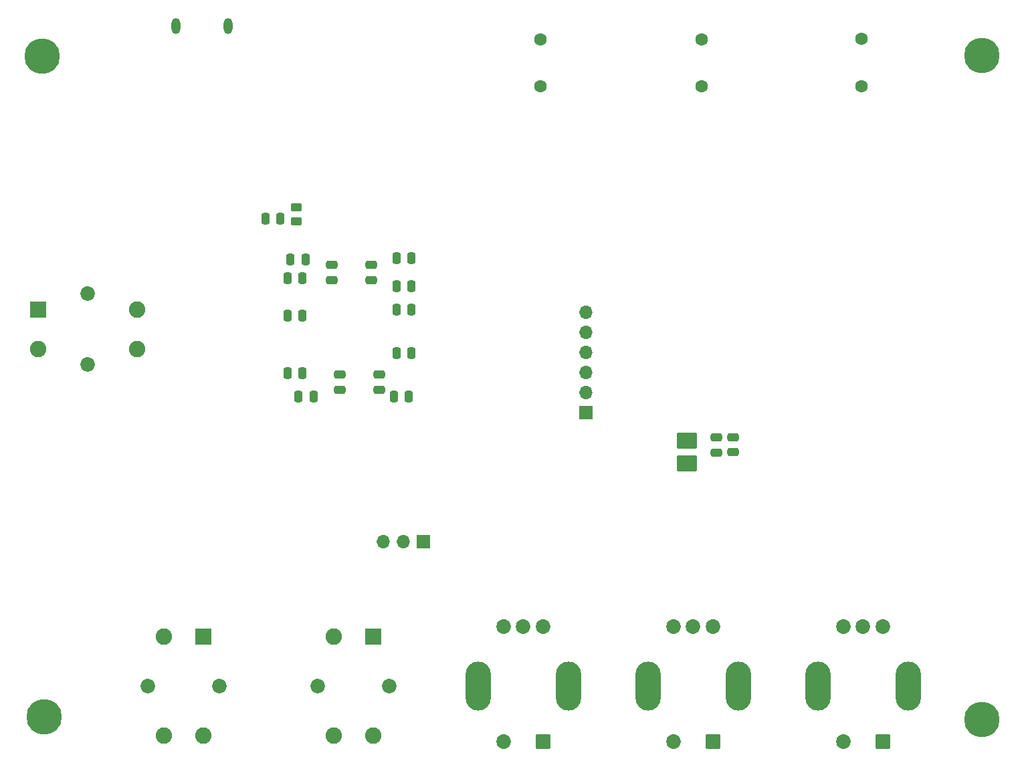
<source format=gbr>
%TF.GenerationSoftware,KiCad,Pcbnew,7.0.10*%
%TF.CreationDate,2024-03-07T22:41:58-05:00*%
%TF.ProjectId,Current,43757272-656e-4742-9e6b-696361645f70,rev?*%
%TF.SameCoordinates,Original*%
%TF.FileFunction,Soldermask,Bot*%
%TF.FilePolarity,Negative*%
%FSLAX46Y46*%
G04 Gerber Fmt 4.6, Leading zero omitted, Abs format (unit mm)*
G04 Created by KiCad (PCBNEW 7.0.10) date 2024-03-07 22:41:58*
%MOMM*%
%LPD*%
G01*
G04 APERTURE LIST*
G04 Aperture macros list*
%AMRoundRect*
0 Rectangle with rounded corners*
0 $1 Rounding radius*
0 $2 $3 $4 $5 $6 $7 $8 $9 X,Y pos of 4 corners*
0 Add a 4 corners polygon primitive as box body*
4,1,4,$2,$3,$4,$5,$6,$7,$8,$9,$2,$3,0*
0 Add four circle primitives for the rounded corners*
1,1,$1+$1,$2,$3*
1,1,$1+$1,$4,$5*
1,1,$1+$1,$6,$7*
1,1,$1+$1,$8,$9*
0 Add four rect primitives between the rounded corners*
20,1,$1+$1,$2,$3,$4,$5,0*
20,1,$1+$1,$4,$5,$6,$7,0*
20,1,$1+$1,$6,$7,$8,$9,0*
20,1,$1+$1,$8,$9,$2,$3,0*%
G04 Aperture macros list end*
%ADD10C,1.850000*%
%ADD11RoundRect,0.102000X-0.937500X0.937500X-0.937500X-0.937500X0.937500X-0.937500X0.937500X0.937500X0*%
%ADD12C,2.079000*%
%ADD13C,1.600000*%
%ADD14RoundRect,0.102000X0.825000X0.825000X-0.825000X0.825000X-0.825000X-0.825000X0.825000X-0.825000X0*%
%ADD15C,1.854000*%
%ADD16O,3.204000X6.204000*%
%ADD17C,4.500000*%
%ADD18O,1.104000X2.004000*%
%ADD19RoundRect,0.102000X-0.937500X-0.937500X0.937500X-0.937500X0.937500X0.937500X-0.937500X0.937500X0*%
%ADD20R,1.700000X1.700000*%
%ADD21O,1.700000X1.700000*%
%ADD22RoundRect,0.250000X0.475000X-0.250000X0.475000X0.250000X-0.475000X0.250000X-0.475000X-0.250000X0*%
%ADD23RoundRect,0.250000X0.250000X0.475000X-0.250000X0.475000X-0.250000X-0.475000X0.250000X-0.475000X0*%
%ADD24RoundRect,0.250000X-0.250000X-0.475000X0.250000X-0.475000X0.250000X0.475000X-0.250000X0.475000X0*%
%ADD25RoundRect,0.250000X-0.475000X0.250000X-0.475000X-0.250000X0.475000X-0.250000X0.475000X0.250000X0*%
%ADD26RoundRect,0.250000X0.450000X-0.262500X0.450000X0.262500X-0.450000X0.262500X-0.450000X-0.262500X0*%
%ADD27RoundRect,0.102000X1.160000X-0.905000X1.160000X0.905000X-1.160000X0.905000X-1.160000X-0.905000X0*%
G04 APERTURE END LIST*
D10*
%TO.C,SW3*%
X144700000Y-134300000D03*
X135700000Y-134300000D03*
D11*
X142700000Y-128050000D03*
D12*
X142700000Y-140550000D03*
X137700000Y-128050000D03*
X137700000Y-140550000D03*
%TD*%
D13*
%TO.C,J2*%
X204520000Y-52360000D03*
X204520000Y-58360000D03*
%TD*%
D14*
%TO.C,SW5*%
X185700000Y-141300000D03*
D15*
X180700000Y-141300000D03*
X185700000Y-126800000D03*
X180700000Y-126800000D03*
X183200000Y-126800000D03*
D16*
X188900000Y-134300000D03*
X177500000Y-134300000D03*
%TD*%
D17*
%TO.C,H4*%
X100800000Y-54525000D03*
%TD*%
D14*
%TO.C,SW4*%
X164200000Y-141302500D03*
D15*
X159200000Y-141302500D03*
X164200000Y-126802500D03*
X159200000Y-126802500D03*
X161700000Y-126802500D03*
D16*
X167400000Y-134302500D03*
X156000000Y-134302500D03*
%TD*%
D18*
%TO.C,J1*%
X124300000Y-50720500D03*
X117700000Y-50720500D03*
%TD*%
D13*
%TO.C,J3*%
X184320000Y-52387500D03*
X184320000Y-58387500D03*
%TD*%
D17*
%TO.C,H2*%
X219750000Y-54475000D03*
%TD*%
%TO.C,H1*%
X219750000Y-138500000D03*
%TD*%
D10*
%TO.C,SW2*%
X123200000Y-134300000D03*
X114200000Y-134300000D03*
D11*
X121200000Y-128050000D03*
D12*
X121200000Y-140550000D03*
X116200000Y-128050000D03*
X116200000Y-140550000D03*
%TD*%
D13*
%TO.C,J4*%
X163890000Y-52387500D03*
X163890000Y-58387500D03*
%TD*%
D14*
%TO.C,SW6*%
X207200000Y-141300000D03*
D15*
X202200000Y-141300000D03*
X207200000Y-126800000D03*
X202200000Y-126800000D03*
X204700000Y-126800000D03*
D16*
X210400000Y-134300000D03*
X199000000Y-134300000D03*
%TD*%
D10*
%TO.C,SW1*%
X106562500Y-84590000D03*
X106562500Y-93590000D03*
D19*
X100312500Y-86590000D03*
D12*
X112812500Y-86590000D03*
X100312500Y-91590000D03*
X112812500Y-91590000D03*
%TD*%
D20*
%TO.C,J7*%
X149060000Y-116000000D03*
D21*
X146520000Y-116000000D03*
X143980000Y-116000000D03*
%TD*%
D17*
%TO.C,H3*%
X101019581Y-138180419D03*
%TD*%
D20*
%TO.C,J6*%
X169630000Y-99670000D03*
D21*
X169630000Y-97130000D03*
X169630000Y-94590000D03*
X169630000Y-92050000D03*
X169630000Y-89510000D03*
X169630000Y-86970000D03*
%TD*%
D22*
%TO.C,C28*%
X188220000Y-104700000D03*
X188220000Y-102800000D03*
%TD*%
D23*
%TO.C,C15*%
X147200000Y-97600000D03*
X145300000Y-97600000D03*
%TD*%
D24*
%TO.C,C1*%
X131850000Y-82650000D03*
X133750000Y-82650000D03*
%TD*%
D23*
%TO.C,C18*%
X147550000Y-92150000D03*
X145650000Y-92150000D03*
%TD*%
D24*
%TO.C,C6*%
X132250000Y-80250000D03*
X134150000Y-80250000D03*
%TD*%
D22*
%TO.C,C13*%
X143450000Y-96750000D03*
X143450000Y-94850000D03*
%TD*%
D24*
%TO.C,C5*%
X131850000Y-94650000D03*
X133750000Y-94650000D03*
%TD*%
D22*
%TO.C,C29*%
X186160000Y-104710000D03*
X186160000Y-102810000D03*
%TD*%
D24*
%TO.C,C3*%
X131850000Y-87420000D03*
X133750000Y-87420000D03*
%TD*%
D23*
%TO.C,C8*%
X147550000Y-86650000D03*
X145650000Y-86650000D03*
%TD*%
D24*
%TO.C,C7*%
X133250000Y-97650000D03*
X135150000Y-97650000D03*
%TD*%
D25*
%TO.C,C4*%
X137450000Y-81000000D03*
X137450000Y-82900000D03*
%TD*%
D22*
%TO.C,C10*%
X138450000Y-96750000D03*
X138450000Y-94850000D03*
%TD*%
D26*
%TO.C,R1*%
X132950000Y-75492500D03*
X132950000Y-73667500D03*
%TD*%
D23*
%TO.C,C38*%
X130950000Y-75100000D03*
X129050000Y-75100000D03*
%TD*%
D24*
%TO.C,C36*%
X145650000Y-83650000D03*
X147550000Y-83650000D03*
%TD*%
D27*
%TO.C,E1*%
X182430000Y-106100000D03*
X182430000Y-103200000D03*
%TD*%
D25*
%TO.C,C2*%
X142450000Y-81000000D03*
X142450000Y-82900000D03*
%TD*%
D23*
%TO.C,C22*%
X147550000Y-80150000D03*
X145650000Y-80150000D03*
%TD*%
M02*

</source>
